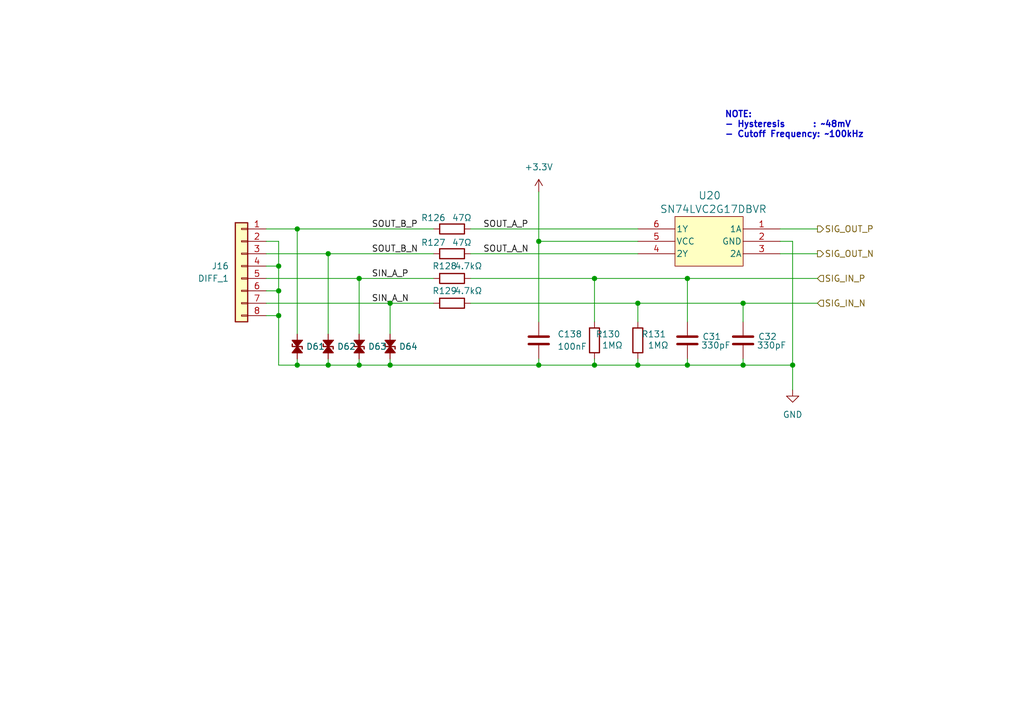
<source format=kicad_sch>
(kicad_sch (version 20250114) (generator "eeschema") (generator_version "9.0")
  (paper "A5")
  (title_block (date "2025-07-29") (rev "REV A") (company "TamperSec") (comment 1 "Justin Newkirk"))
  (lib_symbols
    (symbol "Connector_Generic:Conn_01x08" (pin_names (offset 1.016) (hide yes))
      (property "Reference" "J" (at 0 10.16 0))
      (property "Value" "Conn_01x08" (at 0 -12.7 0))
      (symbol "Conn_01x08_1_1"
        (rectangle (start -1.27 8.89) (end 1.27 -11.43) (stroke (width 0.254)) (fill (type background)))
        (rectangle (start -1.27 7.747) (end 0 7.493) (stroke (width 0.1524)))
        (rectangle (start -1.27 5.207) (end 0 4.953) (stroke (width 0.1524)))
        (rectangle (start -1.27 2.667) (end 0 2.413) (stroke (width 0.1524)))
        (rectangle (start -1.27 0.127) (end 0 -0.127) (stroke (width 0.1524)))
        (rectangle (start -1.27 -2.413) (end 0 -2.667) (stroke (width 0.1524)))
        (rectangle (start -1.27 -4.953) (end 0 -5.207) (stroke (width 0.1524)))
        (rectangle (start -1.27 -7.493) (end 0 -7.747) (stroke (width 0.1524)))
        (rectangle (start -1.27 -10.033) (end 0 -10.287) (stroke (width 0.1524)))
        (pin passive line (at -5.08 7.62 0) (length 3.81) (name "Pin_1") (number "1"))
        (pin passive line (at -5.08 5.08 0) (length 3.81) (name "Pin_2") (number "2"))
        (pin passive line (at -5.08 2.54 0) (length 3.81) (name "Pin_3") (number "3"))
        (pin passive line (at -5.08 0 0) (length 3.81) (name "Pin_4") (number "4"))
        (pin passive line (at -5.08 -2.54 0) (length 3.81) (name "Pin_5") (number "5"))
        (pin passive line (at -5.08 -5.08 0) (length 3.81) (name "Pin_6") (number "6"))
        (pin passive line (at -5.08 -7.62 0) (length 3.81) (name "Pin_7") (number "7"))
        (pin passive line (at -5.08 -10.16 0) (length 3.81) (name "Pin_8") (number "8"))
      )
    )
    (symbol "Device:C" (pin_numbers (hide yes)) (pin_names (offset 0.254))
      (property "Reference" "C" (at 0.635 2.54 0))
      (property "Value" "C" (at 0.635 -2.54 0))
      (symbol "C_0_1"
        (polyline (pts (xy -2.032 0.762) (xy 2.032 0.762)) (stroke (width 0.508)))
        (polyline (pts (xy -2.032 -0.762) (xy 2.032 -0.762)) (stroke (width 0.508)))
      )
      (symbol "C_1_1"
        (pin passive line (at 0 3.81 270) (length 2.794) (name "~") (number "1"))
        (pin passive line (at 0 -3.81 90) (length 2.794) (name "~") (number "2"))
      )
    )
    (symbol "Device:D_TVS_Small_Filled" (pin_numbers (hide yes)) (pin_names (offset 1.016) (hide yes))
      (property "Reference" "D" (at 0 2.54 0))
      (property "Value" "D_TVS_Small_Filled" (at 0 -2.54 0))
      (symbol "D_TVS_Small_Filled_0_1"
        (polyline (pts (xy -1.27 0) (xy 1.27 0)))
        (polyline (pts (xy 0.508 1.016) (xy 0 1.016) (xy 0 -1.016) (xy -0.508 -1.016)) (stroke (width 0.254)))
      )
      (symbol "D_TVS_Small_Filled_1_1"
        (polyline (pts (xy -1.27 1.016) (xy -1.27 -1.016) (xy 0 0) (xy -1.27 1.016)) (stroke (width 0.254)) (fill (type outline)))
        (polyline (pts (xy 0 0) (xy 1.27 1.016) (xy 1.27 -1.016) (xy 0 0)) (stroke (width 0.254)) (fill (type outline)))
        (pin passive line (at -2.54 0 0) (length 1.27) (name "A1") (number "1"))
        (pin passive line (at 2.54 0 180) (length 1.27) (name "A2") (number "2"))
      )
    )
    (symbol "Device:R" (pin_numbers (hide yes)) (pin_names (offset 0))
      (property "Reference" "R" (at 2.032 0 90))
      (property "Value" "R" (at 0 0 90))
      (symbol "R_0_1"
        (rectangle (start -1.016 -2.54) (end 1.016 2.54) (stroke (width 0.254)))
      )
      (symbol "R_1_1"
        (pin passive line (at 0 3.81 270) (length 1.27) (name "~") (number "1"))
        (pin passive line (at 0 -3.81 90) (length 1.27) (name "~") (number "2"))
      )
    )
    (symbol "SN74LVC2G17DBVR:SN74LVC2G17DBVR" (pin_names (offset 0.254))
      (property "Reference" "U" (at 14.224 7.112 0))
      (property "Value" "SN74LVC2G17DBVR" (at 14.224 4.572 0))
      (symbol "SN74LVC2G17DBVR_0_1"
        (pin input line (at 0 0 0) (length 7.62) (name "1A") (number "1"))
        (pin power_in line (at 0 -2.54 0) (length 7.62) (name "GND") (number "2"))
        (pin input line (at 0 -5.08 0) (length 7.62) (name "2A") (number "3"))
        (pin output line (at 29.21 0 180) (length 7.62) (name "1Y") (number "6"))
        (pin power_in line (at 29.21 -2.54 180) (length 7.62) (name "VCC") (number "5"))
        (pin output line (at 29.21 -5.08 180) (length 7.62) (name "2Y") (number "4"))
      )
      (symbol "SN74LVC2G17DBVR_1_1"
        (rectangle (start 7.62 2.54) (end 21.59 -7.62) (fill (type background)))
      )
    )
    (symbol "power:+3.3V" (power) (pin_numbers (hide yes)) (pin_names (offset 0) (hide yes))
      (property "Value" "+3.3V" (at 0 3.556 0))
      (symbol "+3.3V_0_1"
        (polyline (pts (xy -0.762 1.27) (xy 0 2.54)))
        (polyline (pts (xy 0 2.54) (xy 0.762 1.27)))
        (polyline (pts (xy 0 0) (xy 0 2.54)))
      )
      (symbol "+3.3V_1_1"
        (pin power_in line (at 0 0 90) (length 0) (name "~") (number "1"))
      )
    )
    (symbol "power:GND" (power) (pin_numbers (hide yes)) (pin_names (offset 0) (hide yes))
      (property "Value" "GND" (at 0 -3.81 0))
      (symbol "GND_0_1"
        (polyline (pts (xy 0 0) (xy 0 -1.27) (xy 1.27 -1.27) (xy 0 -2.54) (xy -1.27 -1.27) (xy 0 -1.27)))
      )
      (symbol "GND_1_1"
        (pin power_in line (at 0 0 270) (length 0) (name "~") (number "1"))
      )
    )
  )
  (text "NOTE:\n- Hysteresis      : ~48mV\n- Cutoff Frequency: ~100kHz" (at 148.59 25.654 0) (effects (font (size 1.27 1.27) (thickness 0.254) (bold yes)) (justify left)))
  (junction (at 67.31 74.93))
  (junction (at 73.66 57.15))
  (junction (at 57.15 54.61))
  (junction (at 80.01 74.93))
  (junction (at 140.97 57.15))
  (junction (at 60.96 74.93))
  (junction (at 57.15 64.77))
  (junction (at 73.66 74.93))
  (junction (at 152.4 62.23))
  (junction (at 110.49 49.53))
  (junction (at 130.81 62.23))
  (junction (at 60.96 46.99))
  (junction (at 57.15 59.69))
  (junction (at 121.92 57.15))
  (junction (at 130.81 74.93))
  (junction (at 110.49 74.93))
  (junction (at 162.56 74.93))
  (junction (at 140.97 74.93))
  (junction (at 152.4 74.93))
  (junction (at 121.92 74.93))
  (junction (at 67.31 52.07))
  (junction (at 80.01 62.23))
  (wire (pts (xy 57.15 64.77) (xy 57.15 74.93)))
  (wire (pts (xy 67.31 52.07) (xy 88.9 52.07)))
  (wire (pts (xy 152.4 74.93) (xy 140.97 74.93)))
  (wire (pts (xy 110.49 74.93) (xy 80.01 74.93)))
  (wire (pts (xy 57.15 54.61) (xy 57.15 59.69)))
  (wire (pts (xy 80.01 62.23) (xy 88.9 62.23)))
  (wire (pts (xy 54.61 52.07) (xy 67.31 52.07)))
  (wire (pts (xy 152.4 62.23) (xy 152.4 66.04)))
  (wire (pts (xy 162.56 74.93) (xy 162.56 80.01)))
  (wire (pts (xy 73.66 57.15) (xy 88.9 57.15)))
  (wire (pts (xy 57.15 74.93) (xy 60.96 74.93)))
  (wire (pts (xy 60.96 46.99) (xy 88.9 46.99)))
  (wire (pts (xy 162.56 49.53) (xy 162.56 74.93)))
  (wire (pts (xy 140.97 57.15) (xy 140.97 66.04)))
  (wire (pts (xy 130.81 74.93) (xy 121.92 74.93)))
  (wire (pts (xy 140.97 74.93) (xy 130.81 74.93)))
  (wire (pts (xy 96.52 57.15) (xy 121.92 57.15)))
  (wire (pts (xy 54.61 62.23) (xy 80.01 62.23)))
  (wire (pts (xy 140.97 73.66) (xy 140.97 74.93)))
  (wire (pts (xy 110.49 49.53) (xy 130.81 49.53)))
  (wire (pts (xy 73.66 74.93) (xy 73.66 73.66)))
  (wire (pts (xy 96.52 62.23) (xy 130.81 62.23)))
  (wire (pts (xy 96.52 46.99) (xy 130.81 46.99)))
  (wire (pts (xy 57.15 59.69) (xy 57.15 64.77)))
  (wire (pts (xy 110.49 73.66) (xy 110.49 74.93)))
  (wire (pts (xy 130.81 62.23) (xy 130.81 66.04)))
  (wire (pts (xy 152.4 62.23) (xy 167.64 62.23)))
  (wire (pts (xy 73.66 57.15) (xy 73.66 68.58)))
  (wire (pts (xy 60.96 74.93) (xy 60.96 73.66)))
  (wire (pts (xy 54.61 64.77) (xy 57.15 64.77)))
  (wire (pts (xy 140.97 57.15) (xy 167.64 57.15)))
  (wire (pts (xy 60.96 74.93) (xy 67.31 74.93)))
  (wire (pts (xy 121.92 57.15) (xy 121.92 66.04)))
  (wire (pts (xy 60.96 46.99) (xy 60.96 68.58)))
  (wire (pts (xy 167.64 52.07) (xy 160.02 52.07)))
  (wire (pts (xy 110.49 39.37) (xy 110.49 49.53)))
  (wire (pts (xy 96.52 52.07) (xy 130.81 52.07)))
  (wire (pts (xy 80.01 74.93) (xy 80.01 73.66)))
  (wire (pts (xy 54.61 57.15) (xy 73.66 57.15)))
  (wire (pts (xy 54.61 54.61) (xy 57.15 54.61)))
  (wire (pts (xy 67.31 74.93) (xy 67.31 73.66)))
  (wire (pts (xy 167.64 46.99) (xy 160.02 46.99)))
  (wire (pts (xy 80.01 62.23) (xy 80.01 68.58)))
  (wire (pts (xy 54.61 49.53) (xy 57.15 49.53)))
  (wire (pts (xy 73.66 74.93) (xy 67.31 74.93)))
  (wire (pts (xy 130.81 62.23) (xy 152.4 62.23)))
  (wire (pts (xy 160.02 49.53) (xy 162.56 49.53)))
  (wire (pts (xy 67.31 52.07) (xy 67.31 68.58)))
  (wire (pts (xy 152.4 74.93) (xy 162.56 74.93)))
  (wire (pts (xy 130.81 74.93) (xy 130.81 73.66)))
  (wire (pts (xy 80.01 74.93) (xy 73.66 74.93)))
  (wire (pts (xy 152.4 73.66) (xy 152.4 74.93)))
  (wire (pts (xy 121.92 74.93) (xy 110.49 74.93)))
  (wire (pts (xy 57.15 49.53) (xy 57.15 54.61)))
  (wire (pts (xy 121.92 74.93) (xy 121.92 73.66)))
  (wire (pts (xy 54.61 59.69) (xy 57.15 59.69)))
  (wire (pts (xy 54.61 46.99) (xy 60.96 46.99)))
  (wire (pts (xy 110.49 49.53) (xy 110.49 66.04)))
  (wire (pts (xy 121.92 57.15) (xy 140.97 57.15)))
  (label "SOUT_A_P" (at 99.06 46.99 0))
  (label "SOUT_A_N" (at 99.06 52.07 0))
  (label "SOUT_B_N" (at 76.2 52.07 0))
  (label "SIN_A_N" (at 76.2 62.23 0))
  (label "SOUT_B_P" (at 76.2 46.99 0))
  (label "SIN_A_P" (at 76.2 57.15 0))
  (hierarchical_label "SIG_OUT_P" (shape output) (at 167.64 46.99 0))
  (hierarchical_label "SIG_IN_P" (shape input) (at 167.64 57.15 0))
  (hierarchical_label "SIG_OUT_N" (shape output) (at 167.64 52.07 0))
  (hierarchical_label "SIG_IN_N" (shape input) (at 167.64 62.23 0))
  (symbol (lib_id "Device:C") (at 110.49 69.85 180) (unit 1)
    (property "Reference" "C124" (at 114.3 68.5799 0) (effects (justify right)))
    (property "Value" "100nF" (at 114.3 71.1199 0) (effects (justify right)))
    (property "Footprint" "Capacitor_SMD:C_0201_0603Metric" (effects (hide yes)))
    (property "Datasheet" "https://www.lcsc.com/datasheet/lcsc_datasheet_2304140030_Samsung-Electro-Mechanics-CL03A104KP3NNNC_C49062.pdf" (effects (hide yes)))
    (property "Description" "Unpolarized capacitor" (effects (hide yes)))
    (property "JLCPCB Part #" "C49062" (effects (hide yes)))
    (property "Manufacturer Part #" "CL03A104KP3NNNC" (effects (hide yes)))
    (property "Status" "Extended" (effects (hide yes)))
    (instances (project "cerberus" (path "" (reference "C138") (unit 1)) (path "" (reference "C139") (unit 1)) (path "" (reference "C137") (unit 1)) (path "" (reference "C136") (unit 1)) (path "" (reference "C126") (unit 1)) (path "" (reference "C127") (unit 1)) (path "" (reference "C125") (unit 1)) (path "" (reference "C124") (unit 1)) (path "" (reference "C154") (unit 1)) (path "" (reference "C155") (unit 1)) (path "" (reference "C153") (unit 1)) (path "" (reference "C152") (unit 1)) (path "" (reference "C146") (unit 1)) (path "" (reference "C147") (unit 1)) (path "" (reference "C145") (unit 1)) (path "" (reference "C144") (unit 1)) (path "" (reference "C158") (unit 1)) (path "" (reference "C159") (unit 1)) (path "" (reference "C157") (unit 1)) (path "" (reference "C156") (unit 1)) (path "" (reference "C177") (unit 1)) (path "" (reference "C176") (unit 1)) (path "" (reference "C130") (unit 1)) (path "" (reference "C131") (unit 1)) (path "" (reference "C129") (unit 1)) (path "" (reference "C128") (unit 1)) (path "" (reference "C170") (unit 1)) (path "" (reference "C171") (unit 1)) (path "" (reference "C169") (unit 1)) (path "" (reference "C168") (unit 1)) (path "" (reference "C142") (unit 1)) (path "" (reference "C143") (unit 1)) (path "" (reference "C141") (unit 1)) (path "" (reference "C140") (unit 1)) (path "" (reference "C162") (unit 1)) (path "" (reference "C163") (unit 1)) (path "" (reference "C161") (unit 1)) (path "" (reference "C160") (unit 1)) (path "" (reference "C150") (unit 1)) (path "" (reference "C151") (unit 1)) (path "" (reference "C149") (unit 1)) (path "" (reference "C148") (unit 1)) (path "" (reference "C174") (unit 1)) (path "" (reference "C175") (unit 1)) (path "" (reference "C173") (unit 1)) (path "" (reference "C172") (unit 1)) (path "" (reference "C134") (unit 1)) (path "" (reference "C135") (unit 1)) (path "" (reference "C133") (unit 1)) (path "" (reference "C132") (unit 1)) (path "" (reference "C166") (unit 1)) (path "" (reference "C167") (unit 1)) (path "" (reference "C165") (unit 1)) (path "" (reference "C164") (unit 1))))
  )
  (symbol (lib_id "Device:R") (at 92.71 46.99 90) (unit 1)
    (property "Reference" "R1" (at 91.44 44.704 90) (effects (justify left)))
    (property "Value" "47Ω" (at 96.774 44.704 90) (effects (justify left)))
    (property "Footprint" "Resistor_SMD:R_0201_0603Metric" (effects (hide yes)))
    (property "Datasheet" "https://jlcpcb.com/api/file/downloadByFileSystemAccessId/8589808164071120896" (effects (hide yes)))
    (property "Description" "Resistor" (effects (hide yes)))
    (property "JLCPCB Part #" "C273279 " (effects (hide yes)))
    (property "Manufacturer Part #" "RC0201FR-0747RL" (effects (hide yes)))
    (property "Status" "Extended" (effects (hide yes)))
    (instances (project "cerberus" (path "" (reference "R126") (unit 1)) (path "" (reference "R132") (unit 1)) (path "" (reference "R120") (unit 1)) (path "" (reference "R114") (unit 1)) (path "" (reference "R30") (unit 1)) (path "" (reference "R36") (unit 1)) (path "" (reference "R24") (unit 1)) (path "" (reference "R1") (unit 1)) (path "" (reference "R254") (unit 1)) (path "" (reference "R260") (unit 1)) (path "" (reference "R248") (unit 1)) (path "" (reference "R242") (unit 1)) (path "" (reference "R190") (unit 1)) (path "" (reference "R196") (unit 1)) (path "" (reference "R184") (unit 1)) (path "" (reference "R178") (unit 1)) (path "" (reference "R286") (unit 1)) (path "" (reference "R292") (unit 1)) (path "" (reference "R280") (unit 1)) (path "" (reference "R274") (unit 1)) (path "" (reference "R440") (unit 1)) (path "" (reference "R434") (unit 1)) (path "" (reference "R62") (unit 1)) (path "" (reference "R68") (unit 1)) (path "" (reference "R56") (unit 1)) (path "" (reference "R50") (unit 1)) (path "" (reference "R382") (unit 1)) (path "" (reference "R388") (unit 1)) (path "" (reference "R376") (unit 1)) (path "" (reference "R370") (unit 1)) (path "" (reference "R158") (unit 1)) (path "" (reference "R164") (unit 1)) (path "" (reference "R152") (unit 1)) (path "" (reference "R146") (unit 1)) (path "" (reference "R318") (unit 1)) (path "" (reference "R324") (unit 1)) (path "" (reference "R312") (unit 1)) (path "" (reference "R306") (unit 1)) (path "" (reference "R222") (unit 1)) (path "" (reference "R228") (unit 1)) (path "" (reference "R216") (unit 1)) (path "" (reference "R210") (unit 1)) (path "" (reference "R414") (unit 1)) (path "" (reference "R420") (unit 1)) (path "" (reference "R408") (unit 1)) (path "" (reference "R402") (unit 1)) (path "" (reference "R94") (unit 1)) (path "" (reference "R100") (unit 1)) (path "" (reference "R88") (unit 1)) (path "" (reference "R82") (unit 1)) (path "" (reference "R350") (unit 1)) (path "" (reference "R356") (unit 1)) (path "" (reference "R344") (unit 1)) (path "" (reference "R338") (unit 1))))
  )
  (symbol (lib_id "Device:D_TVS_Small_Filled") (at 67.31 71.12 270) (unit 1)
    (property "Reference" "D6" (at 69.088 71.12 90) (effects (justify left)))
    (property "Value" "H5VL10B" (effects (hide yes)))
    (property "Footprint" "Diode_SMD:D_SOD-882D" (effects (hide yes)))
    (property "Datasheet" "https://wmsc.lcsc.com/wmsc/upload/file/pdf/v2/lcsc/2306301553_hongjiacheng-H5VL10B_C7420372.pdf" (effects (hide yes)))
    (property "Description" "Bidirectional transient-voltage-suppression diode, small symbol, filled shape" (effects (hide yes)))
    (property "JLCPCB Part #" "C7420372" (effects (hide yes)))
    (property "Manufacturer Part #" "H5VL10B" (effects (hide yes)))
    (property "Status" "Preferred" (effects (hide yes)))
    (instances (project "cerberus" (path "" (reference "D62") (unit 1)) (path "" (reference "D66") (unit 1)) (path "" (reference "D58") (unit 1)) (path "" (reference "D54") (unit 1)) (path "" (reference "D14") (unit 1)) (path "" (reference "D18") (unit 1)) (path "" (reference "D10") (unit 1)) (path "" (reference "D6") (unit 1)) (path "" (reference "D126") (unit 1)) (path "" (reference "D130") (unit 1)) (path "" (reference "D122") (unit 1)) (path "" (reference "D118") (unit 1)) (path "" (reference "D94") (unit 1)) (path "" (reference "D98") (unit 1)) (path "" (reference "D90") (unit 1)) (path "" (reference "D86") (unit 1)) (path "" (reference "D142") (unit 1)) (path "" (reference "D146") (unit 1)) (path "" (reference "D138") (unit 1)) (path "" (reference "D134") (unit 1)) (path "" (reference "D218") (unit 1)) (path "" (reference "D214") (unit 1)) (path "" (reference "D30") (unit 1)) (path "" (reference "D34") (unit 1)) (path "" (reference "D26") (unit 1)) (path "" (reference "D22") (unit 1)) (path "" (reference "D190") (unit 1)) (path "" (reference "D194") (unit 1)) (path "" (reference "D186") (unit 1)) (path "" (reference "D182") (unit 1)) (path "" (reference "D78") (unit 1)) (path "" (reference "D82") (unit 1)) (path "" (reference "D74") (unit 1)) (path "" (reference "D70") (unit 1)) (path "" (reference "D158") (unit 1)) (path "" (reference "D162") (unit 1)) (path "" (reference "D154") (unit 1)) (path "" (reference "D150") (unit 1)) (path "" (reference "D110") (unit 1)) (path "" (reference "D114") (unit 1)) (path "" (reference "D106") (unit 1)) (path "" (reference "D102") (unit 1)) (path "" (reference "D206") (unit 1)) (path "" (reference "D210") (unit 1)) (path "" (reference "D202") (unit 1)) (path "" (reference "D198") (unit 1)) (path "" (reference "D46") (unit 1)) (path "" (reference "D50") (unit 1)) (path "" (reference "D42") (unit 1)) (path "" (reference "D38") (unit 1)) (path "" (reference "D174") (unit 1)) (path "" (reference "D178") (unit 1)) (path "" (reference "D170") (unit 1)) (path "" (reference "D166") (unit 1))))
  )
  (symbol (lib_id "Device:D_TVS_Small_Filled") (at 60.96 71.12 270) (unit 1)
    (property "Reference" "D5" (at 62.738 71.12 90) (effects (justify left)))
    (property "Value" "H5VL10B" (effects (hide yes)))
    (property "Footprint" "Diode_SMD:D_SOD-882D" (effects (hide yes)))
    (property "Datasheet" "https://wmsc.lcsc.com/wmsc/upload/file/pdf/v2/lcsc/2306301553_hongjiacheng-H5VL10B_C7420372.pdf" (effects (hide yes)))
    (property "Description" "Bidirectional transient-voltage-suppression diode, small symbol, filled shape" (effects (hide yes)))
    (property "JLCPCB Part #" "C7420372" (effects (hide yes)))
    (property "Manufacturer Part #" "H5VL10B" (effects (hide yes)))
    (property "Status" "Preferred" (effects (hide yes)))
    (instances (project "cerberus" (path "" (reference "D61") (unit 1)) (path "" (reference "D65") (unit 1)) (path "" (reference "D57") (unit 1)) (path "" (reference "D53") (unit 1)) (path "" (reference "D13") (unit 1)) (path "" (reference "D17") (unit 1)) (path "" (reference "D9") (unit 1)) (path "" (reference "D5") (unit 1)) (path "" (reference "D125") (unit 1)) (path "" (reference "D129") (unit 1)) (path "" (reference "D121") (unit 1)) (path "" (reference "D117") (unit 1)) (path "" (reference "D93") (unit 1)) (path "" (reference "D97") (unit 1)) (path "" (reference "D89") (unit 1)) (path "" (reference "D85") (unit 1)) (path "" (reference "D141") (unit 1)) (path "" (reference "D145") (unit 1)) (path "" (reference "D137") (unit 1)) (path "" (reference "D133") (unit 1)) (path "" (reference "D217") (unit 1)) (path "" (reference "D213") (unit 1)) (path "" (reference "D29") (unit 1)) (path "" (reference "D33") (unit 1)) (path "" (reference "D25") (unit 1)) (path "" (reference "D21") (unit 1)) (path "" (reference "D189") (unit 1)) (path "" (reference "D193") (unit 1)) (path "" (reference "D185") (unit 1)) (path "" (reference "D181") (unit 1)) (path "" (reference "D77") (unit 1)) (path "" (reference "D81") (unit 1)) (path "" (reference "D73") (unit 1)) (path "" (reference "D69") (unit 1)) (path "" (reference "D157") (unit 1)) (path "" (reference "D161") (unit 1)) (path "" (reference "D153") (unit 1)) (path "" (reference "D149") (unit 1)) (path "" (reference "D109") (unit 1)) (path "" (reference "D113") (unit 1)) (path "" (reference "D105") (unit 1)) (path "" (reference "D101") (unit 1)) (path "" (reference "D205") (unit 1)) (path "" (reference "D209") (unit 1)) (path "" (reference "D201") (unit 1)) (path "" (reference "D197") (unit 1)) (path "" (reference "D45") (unit 1)) (path "" (reference "D49") (unit 1)) (path "" (reference "D41") (unit 1)) (path "" (reference "D37") (unit 1)) (path "" (reference "D173") (unit 1)) (path "" (reference "D177") (unit 1)) (path "" (reference "D169") (unit 1)) (path "" (reference "D165") (unit 1))))
  )
  (symbol (lib_id "SN74LVC2G17DBVR:SN74LVC2G17DBVR") (at 160.02 46.99 0) (mirror y) (unit 1)
    (property "Reference" "U2" (at 145.542 40.132 0) (effects (font (size 1.524 1.524))))
    (property "Value" "SN74LVC2G17DBVR" (at 146.304 42.926 0) (effects (font (size 1.524 1.524))))
    (property "Footprint" "Package_TO_SOT_SMD:SOT-23-6" (effects (hide yes)))
    (property "Datasheet" "https://www.ti.com/cn/lit/gpn/sn74lvc2g17" (effects (hide yes)))
    (property "JLCPCB Part #" "C10429" (effects (hide yes)))
    (property "Manufacturer Part #" "SN74LVC2G17DBVR" (effects (hide yes)))
    (property "Status" "Extended" (effects (hide yes)))
    (instances (project "cerberus" (path "" (reference "U20") (unit 1)) (path "" (reference "U21") (unit 1)) (path "" (reference "U19") (unit 1)) (path "" (reference "U18") (unit 1)) (path "" (reference "U5") (unit 1)) (path "" (reference "U6") (unit 1)) (path "" (reference "U4") (unit 1)) (path "" (reference "U2") (unit 1)) (path "" (reference "U40") (unit 1)) (path "" (reference "U41") (unit 1)) (path "" (reference "U39") (unit 1)) (path "" (reference "U38") (unit 1)) (path "" (reference "U30") (unit 1)) (path "" (reference "U31") (unit 1)) (path "" (reference "U29") (unit 1)) (path "" (reference "U28") (unit 1)) (path "" (reference "U45") (unit 1)) (path "" (reference "U46") (unit 1)) (path "" (reference "U44") (unit 1)) (path "" (reference "U43") (unit 1)) (path "" (reference "U69") (unit 1)) (path "" (reference "U68") (unit 1)) (path "" (reference "U10") (unit 1)) (path "" (reference "U11") (unit 1)) (path "" (reference "U9") (unit 1)) (path "" (reference "U8") (unit 1)) (path "" (reference "U60") (unit 1)) (path "" (reference "U61") (unit 1)) (path "" (reference "U59") (unit 1)) (path "" (reference "U58") (unit 1)) (path "" (reference "U25") (unit 1)) (path "" (reference "U26") (unit 1)) (path "" (reference "U24") (unit 1)) (path "" (reference "U23") (unit 1)) (path "" (reference "U50") (unit 1)) (path "" (reference "U51") (unit 1)) (path "" (reference "U49") (unit 1)) (path "" (reference "U48") (unit 1)) (path "" (reference "U35") (unit 1)) (path "" (reference "U36") (unit 1)) (path "" (reference "U34") (unit 1)) (path "" (reference "U33") (unit 1)) (path "" (reference "U65") (unit 1)) (path "" (reference "U66") (unit 1)) (path "" (reference "U64") (unit 1)) (path "" (reference "U63") (unit 1)) (path "" (reference "U15") (unit 1)) (path "" (reference "U16") (unit 1)) (path "" (reference "U14") (unit 1)) (path "" (reference "U13") (unit 1)) (path "" (reference "U55") (unit 1)) (path "" (reference "U56") (unit 1)) (path "" (reference "U54") (unit 1)) (path "" (reference "U53") (unit 1))))
  )
  (symbol (lib_id "Device:R") (at 92.71 57.15 270) (unit 1)
    (property "Reference" "R16" (at 88.646 54.61 90) (effects (justify left)))
    (property "Value" "4.7kΩ" (at 93.218 54.61 90) (effects (justify left)))
    (property "Footprint" "Resistor_SMD:R_0201_0603Metric" (effects (hide yes)))
    (property "Datasheet" "https://jlcpcb.com/api/file/downloadByFileSystemAccessId/8588899976969113600" (effects (hide yes)))
    (property "Description" "Resistor" (effects (hide yes)))
    (property "JLCPCB Part #" "C142008" (effects (hide yes)))
    (property "Manufacturer Part #" "RC0201JR-074K7L" (effects (hide yes)))
    (property "Status" "Extended" (effects (hide yes)))
    (instances (project "cerberus" (path "" (reference "R128") (unit 1)) (path "" (reference "R134") (unit 1)) (path "" (reference "R122") (unit 1)) (path "" (reference "R116") (unit 1)) (path "" (reference "R32") (unit 1)) (path "" (reference "R38") (unit 1)) (path "" (reference "R26") (unit 1)) (path "" (reference "R16") (unit 1)) (path "" (reference "R256") (unit 1)) (path "" (reference "R262") (unit 1)) (path "" (reference "R250") (unit 1)) (path "" (reference "R244") (unit 1)) (path "" (reference "R192") (unit 1)) (path "" (reference "R198") (unit 1)) (path "" (reference "R186") (unit 1)) (path "" (reference "R180") (unit 1)) (path "" (reference "R288") (unit 1)) (path "" (reference "R294") (unit 1)) (path "" (reference "R282") (unit 1)) (path "" (reference "R276") (unit 1)) (path "" (reference "R442") (unit 1)) (path "" (reference "R436") (unit 1)) (path "" (reference "R64") (unit 1)) (path "" (reference "R70") (unit 1)) (path "" (reference "R58") (unit 1)) (path "" (reference "R52") (unit 1)) (path "" (reference "R384") (unit 1)) (path "" (reference "R390") (unit 1)) (path "" (reference "R378") (unit 1)) (path "" (reference "R372") (unit 1)) (path "" (reference "R160") (unit 1)) (path "" (reference "R166") (unit 1)) (path "" (reference "R154") (unit 1)) (path "" (reference "R148") (unit 1)) (path "" (reference "R320") (unit 1)) (path "" (reference "R326") (unit 1)) (path "" (reference "R314") (unit 1)) (path "" (reference "R308") (unit 1)) (path "" (reference "R224") (unit 1)) (path "" (reference "R230") (unit 1)) (path "" (reference "R218") (unit 1)) (path "" (reference "R212") (unit 1)) (path "" (reference "R416") (unit 1)) (path "" (reference "R422") (unit 1)) (path "" (reference "R410") (unit 1)) (path "" (reference "R404") (unit 1)) (path "" (reference "R96") (unit 1)) (path "" (reference "R102") (unit 1)) (path "" (reference "R90") (unit 1)) (path "" (reference "R84") (unit 1)) (path "" (reference "R352") (unit 1)) (path "" (reference "R358") (unit 1)) (path "" (reference "R346") (unit 1)) (path "" (reference "R340") (unit 1))))
  )
  (symbol (lib_id "Device:R") (at 121.92 69.85 0) (unit 1)
    (property "Reference" "R18" (at 127.254 68.58 0) (effects (justify right)))
    (property "Value" "1MΩ" (at 127.762 70.866 0) (effects (justify right)))
    (property "Footprint" "Resistor_SMD:R_0201_0603Metric" (effects (hide yes)))
    (property "Datasheet" "https://jlcpcb.com/api/file/downloadByFileSystemAccessId/8590903227523284992" (effects (hide yes)))
    (property "Description" "Resistor" (effects (hide yes)))
    (property "JLCPCB Part #" "C473450" (effects (hide yes)))
    (property "Manufacturer Part #" "0201WMJ0105TEE" (effects (hide yes)))
    (property "Status" "Extended" (effects (hide yes)))
    (instances (project "cerberus" (path "" (reference "R130") (unit 1)) (path "" (reference "R136") (unit 1)) (path "" (reference "R124") (unit 1)) (path "" (reference "R118") (unit 1)) (path "" (reference "R34") (unit 1)) (path "" (reference "R40") (unit 1)) (path "" (reference "R28") (unit 1)) (path "" (reference "R18") (unit 1)) (path "" (reference "R258") (unit 1)) (path "" (reference "R264") (unit 1)) (path "" (reference "R252") (unit 1)) (path "" (reference "R246") (unit 1)) (path "" (reference "R194") (unit 1)) (path "" (reference "R200") (unit 1)) (path "" (reference "R188") (unit 1)) (path "" (reference "R182") (unit 1)) (path "" (reference "R290") (unit 1)) (path "" (reference "R296") (unit 1)) (path "" (reference "R284") (unit 1)) (path "" (reference "R278") (unit 1)) (path "" (reference "R444") (unit 1)) (path "" (reference "R438") (unit 1)) (path "" (reference "R66") (unit 1)) (path "" (reference "R72") (unit 1)) (path "" (reference "R60") (unit 1)) (path "" (reference "R54") (unit 1)) (path "" (reference "R386") (unit 1)) (path "" (reference "R392") (unit 1)) (path "" (reference "R380") (unit 1)) (path "" (reference "R374") (unit 1)) (path "" (reference "R162") (unit 1)) (path "" (reference "R168") (unit 1)) (path "" (reference "R156") (unit 1)) (path "" (reference "R150") (unit 1)) (path "" (reference "R322") (unit 1)) (path "" (reference "R328") (unit 1)) (path "" (reference "R316") (unit 1)) (path "" (reference "R310") (unit 1)) (path "" (reference "R226") (unit 1)) (path "" (reference "R232") (unit 1)) (path "" (reference "R220") (unit 1)) (path "" (reference "R214") (unit 1)) (path "" (reference "R418") (unit 1)) (path "" (reference "R424") (unit 1)) (path "" (reference "R412") (unit 1)) (path "" (reference "R406") (unit 1)) (path "" (reference "R98") (unit 1)) (path "" (reference "R104") (unit 1)) (path "" (reference "R92") (unit 1)) (path "" (reference "R86") (unit 1)) (path "" (reference "R354") (unit 1)) (path "" (reference "R360") (unit 1)) (path "" (reference "R348") (unit 1)) (path "" (reference "R342") (unit 1))))
  )
  (symbol (lib_id "Device:R") (at 92.71 62.23 270) (unit 1)
    (property "Reference" "R17" (at 88.646 59.69 90) (effects (justify left)))
    (property "Value" "4.7kΩ" (at 93.218 59.69 90) (effects (justify left)))
    (property "Footprint" "Resistor_SMD:R_0201_0603Metric" (effects (hide yes)))
    (property "Datasheet" "https://jlcpcb.com/api/file/downloadByFileSystemAccessId/8588899976969113600" (effects (hide yes)))
    (property "Description" "Resistor" (effects (hide yes)))
    (property "JLCPCB Part #" "C142008" (effects (hide yes)))
    (property "Manufacturer Part #" "RC0201JR-074K7L" (effects (hide yes)))
    (property "Status" "Extended" (effects (hide yes)))
    (instances (project "cerberus" (path "" (reference "R129") (unit 1)) (path "" (reference "R135") (unit 1)) (path "" (reference "R123") (unit 1)) (path "" (reference "R117") (unit 1)) (path "" (reference "R33") (unit 1)) (path "" (reference "R39") (unit 1)) (path "" (reference "R27") (unit 1)) (path "" (reference "R17") (unit 1)) (path "" (reference "R257") (unit 1)) (path "" (reference "R263") (unit 1)) (path "" (reference "R251") (unit 1)) (path "" (reference "R245") (unit 1)) (path "" (reference "R193") (unit 1)) (path "" (reference "R199") (unit 1)) (path "" (reference "R187") (unit 1)) (path "" (reference "R181") (unit 1)) (path "" (reference "R289") (unit 1)) (path "" (reference "R295") (unit 1)) (path "" (reference "R283") (unit 1)) (path "" (reference "R277") (unit 1)) (path "" (reference "R443") (unit 1)) (path "" (reference "R437") (unit 1)) (path "" (reference "R65") (unit 1)) (path "" (reference "R71") (unit 1)) (path "" (reference "R59") (unit 1)) (path "" (reference "R53") (unit 1)) (path "" (reference "R385") (unit 1)) (path "" (reference "R391") (unit 1)) (path "" (reference "R379") (unit 1)) (path "" (reference "R373") (unit 1)) (path "" (reference "R161") (unit 1)) (path "" (reference "R167") (unit 1)) (path "" (reference "R155") (unit 1)) (path "" (reference "R149") (unit 1)) (path "" (reference "R321") (unit 1)) (path "" (reference "R327") (unit 1)) (path "" (reference "R315") (unit 1)) (path "" (reference "R309") (unit 1)) (path "" (reference "R225") (unit 1)) (path "" (reference "R231") (unit 1)) (path "" (reference "R219") (unit 1)) (path "" (reference "R213") (unit 1)) (path "" (reference "R417") (unit 1)) (path "" (reference "R423") (unit 1)) (path "" (reference "R411") (unit 1)) (path "" (reference "R405") (unit 1)) (path "" (reference "R97") (unit 1)) (path "" (reference "R103") (unit 1)) (path "" (reference "R91") (unit 1)) (path "" (reference "R85") (unit 1)) (path "" (reference "R353") (unit 1)) (path "" (reference "R359") (unit 1)) (path "" (reference "R347") (unit 1)) (path "" (reference "R341") (unit 1))))
  )
  (symbol (lib_id "Device:R") (at 130.81 69.85 0) (unit 1)
    (property "Reference" "R19" (at 136.652 68.58 0) (effects (justify right)))
    (property "Value" "1MΩ" (at 137.16 70.866 0) (effects (justify right)))
    (property "Footprint" "Resistor_SMD:R_0201_0603Metric" (effects (hide yes)))
    (property "Datasheet" "https://jlcpcb.com/api/file/downloadByFileSystemAccessId/8590903227523284992" (effects (hide yes)))
    (property "Description" "Resistor" (effects (hide yes)))
    (property "JLCPCB Part #" "C473450" (effects (hide yes)))
    (property "Manufacturer Part #" "0201WMJ0105TEE" (effects (hide yes)))
    (property "Status" "Extended" (effects (hide yes)))
    (instances (project "cerberus" (path "" (reference "R131") (unit 1)) (path "" (reference "R137") (unit 1)) (path "" (reference "R125") (unit 1)) (path "" (reference "R119") (unit 1)) (path "" (reference "R35") (unit 1)) (path "" (reference "R41") (unit 1)) (path "" (reference "R29") (unit 1)) (path "" (reference "R19") (unit 1)) (path "" (reference "R259") (unit 1)) (path "" (reference "R265") (unit 1)) (path "" (reference "R253") (unit 1)) (path "" (reference "R247") (unit 1)) (path "" (reference "R195") (unit 1)) (path "" (reference "R201") (unit 1)) (path "" (reference "R189") (unit 1)) (path "" (reference "R183") (unit 1)) (path "" (reference "R291") (unit 1)) (path "" (reference "R297") (unit 1)) (path "" (reference "R285") (unit 1)) (path "" (reference "R279") (unit 1)) (path "" (reference "R445") (unit 1)) (path "" (reference "R439") (unit 1)) (path "" (reference "R67") (unit 1)) (path "" (reference "R73") (unit 1)) (path "" (reference "R61") (unit 1)) (path "" (reference "R55") (unit 1)) (path "" (reference "R387") (unit 1)) (path "" (reference "R393") (unit 1)) (path "" (reference "R381") (unit 1)) (path "" (reference "R375") (unit 1)) (path "" (reference "R163") (unit 1)) (path "" (reference "R169") (unit 1)) (path "" (reference "R157") (unit 1)) (path "" (reference "R151") (unit 1)) (path "" (reference "R323") (unit 1)) (path "" (reference "R329") (unit 1)) (path "" (reference "R317") (unit 1)) (path "" (reference "R311") (unit 1)) (path "" (reference "R227") (unit 1)) (path "" (reference "R233") (unit 1)) (path "" (reference "R221") (unit 1)) (path "" (reference "R215") (unit 1)) (path "" (reference "R419") (unit 1)) (path "" (reference "R425") (unit 1)) (path "" (reference "R413") (unit 1)) (path "" (reference "R407") (unit 1)) (path "" (reference "R99") (unit 1)) (path "" (reference "R105") (unit 1)) (path "" (reference "R93") (unit 1)) (path "" (reference "R87") (unit 1)) (path "" (reference "R355") (unit 1)) (path "" (reference "R361") (unit 1)) (path "" (reference "R349") (unit 1)) (path "" (reference "R343") (unit 1))))
  )
  (symbol (lib_id "Device:C") (at 140.97 69.85 0) (mirror y) (unit 1)
    (property "Reference" "C2" (at 144.018 69.0881 0) (effects (justify right)))
    (property "Value" "330pF" (at 143.764 70.866 0) (effects (justify right)))
    (property "Footprint" "Capacitor_SMD:C_0201_0603Metric" (effects (hide yes)))
    (property "Datasheet" "https://jlcpcb.com/api/file/downloadByFileSystemAccessId/8590470474208874496" (effects (hide yes)))
    (property "Description" "Unpolarized capacitor" (effects (hide yes)))
    (property "JLCPCB Part #" "C3899460" (effects (hide yes)))
    (property "Manufacturer Part #" "GRM0335C1H331JE01D" (effects (hide yes)))
    (property "Status" "Extended" (effects (hide yes)))
    (instances (project "cerberus" (path "" (reference "C31") (unit 1)) (path "" (reference "C33") (unit 1)) (path "" (reference "C29") (unit 1)) (path "" (reference "C27") (unit 1)) (path "" (reference "C7") (unit 1)) (path "" (reference "C9") (unit 1)) (path "" (reference "C5") (unit 1)) (path "" (reference "C2") (unit 1)) (path "" (reference "C63") (unit 1)) (path "" (reference "C65") (unit 1)) (path "" (reference "C61") (unit 1)) (path "" (reference "C59") (unit 1)) (path "" (reference "C47") (unit 1)) (path "" (reference "C49") (unit 1)) (path "" (reference "C45") (unit 1)) (path "" (reference "C43") (unit 1)) (path "" (reference "C71") (unit 1)) (path "" (reference "C73") (unit 1)) (path "" (reference "C69") (unit 1)) (path "" (reference "C67") (unit 1)) (path "" (reference "C109") (unit 1)) (path "" (reference "C107") (unit 1)) (path "" (reference "C15") (unit 1)) (path "" (reference "C17") (unit 1)) (path "" (reference "C13") (unit 1)) (path "" (reference "C11") (unit 1)) (path "" (reference "C95") (unit 1)) (path "" (reference "C97") (unit 1)) (path "" (reference "C93") (unit 1)) (path "" (reference "C91") (unit 1)) (path "" (reference "C39") (unit 1)) (path "" (reference "C41") (unit 1)) (path "" (reference "C37") (unit 1)) (path "" (reference "C35") (unit 1)) (path "" (reference "C79") (unit 1)) (path "" (reference "C81") (unit 1)) (path "" (reference "C77") (unit 1)) (path "" (reference "C75") (unit 1)) (path "" (reference "C55") (unit 1)) (path "" (reference "C57") (unit 1)) (path "" (reference "C53") (unit 1)) (path "" (reference "C51") (unit 1)) (path "" (reference "C103") (unit 1)) (path "" (reference "C105") (unit 1)) (path "" (reference "C101") (unit 1)) (path "" (reference "C99") (unit 1)) (path "" (reference "C23") (unit 1)) (path "" (reference "C25") (unit 1)) (path "" (reference "C21") (unit 1)) (path "" (reference "C19") (unit 1)) (path "" (reference "C87") (unit 1)) (path "" (reference "C89") (unit 1)) (path "" (reference "C85") (unit 1)) (path "" (reference "C83") (unit 1))))
  )
  (symbol (lib_id "Device:D_TVS_Small_Filled") (at 80.01 71.12 270) (unit 1)
    (property "Reference" "D8" (at 81.788 71.12 90) (effects (justify left)))
    (property "Value" "H5VL10B" (effects (hide yes)))
    (property "Footprint" "Diode_SMD:D_SOD-882D" (effects (hide yes)))
    (property "Datasheet" "https://wmsc.lcsc.com/wmsc/upload/file/pdf/v2/lcsc/2306301553_hongjiacheng-H5VL10B_C7420372.pdf" (effects (hide yes)))
    (property "Description" "Bidirectional transient-voltage-suppression diode, small symbol, filled shape" (effects (hide yes)))
    (property "JLCPCB Part #" "C7420372" (effects (hide yes)))
    (property "Manufacturer Part #" "H5VL10B" (effects (hide yes)))
    (property "Status" "Preferred" (effects (hide yes)))
    (instances (project "cerberus" (path "" (reference "D64") (unit 1)) (path "" (reference "D68") (unit 1)) (path "" (reference "D60") (unit 1)) (path "" (reference "D56") (unit 1)) (path "" (reference "D16") (unit 1)) (path "" (reference "D20") (unit 1)) (path "" (reference "D12") (unit 1)) (path "" (reference "D8") (unit 1)) (path "" (reference "D128") (unit 1)) (path "" (reference "D132") (unit 1)) (path "" (reference "D124") (unit 1)) (path "" (reference "D120") (unit 1)) (path "" (reference "D96") (unit 1)) (path "" (reference "D100") (unit 1)) (path "" (reference "D92") (unit 1)) (path "" (reference "D88") (unit 1)) (path "" (reference "D144") (unit 1)) (path "" (reference "D148") (unit 1)) (path "" (reference "D140") (unit 1)) (path "" (reference "D136") (unit 1)) (path "" (reference "D220") (unit 1)) (path "" (reference "D216") (unit 1)) (path "" (reference "D32") (unit 1)) (path "" (reference "D36") (unit 1)) (path "" (reference "D28") (unit 1)) (path "" (reference "D24") (unit 1)) (path "" (reference "D192") (unit 1)) (path "" (reference "D196") (unit 1)) (path "" (reference "D188") (unit 1)) (path "" (reference "D184") (unit 1)) (path "" (reference "D80") (unit 1)) (path "" (reference "D84") (unit 1)) (path "" (reference "D76") (unit 1)) (path "" (reference "D72") (unit 1)) (path "" (reference "D160") (unit 1)) (path "" (reference "D164") (unit 1)) (path "" (reference "D156") (unit 1)) (path "" (reference "D152") (unit 1)) (path "" (reference "D112") (unit 1)) (path "" (reference "D116") (unit 1)) (path "" (reference "D108") (unit 1)) (path "" (reference "D104") (unit 1)) (path "" (reference "D208") (unit 1)) (path "" (reference "D212") (unit 1)) (path "" (reference "D204") (unit 1)) (path "" (reference "D200") (unit 1)) (path "" (reference "D48") (unit 1)) (path "" (reference "D52") (unit 1)) (path "" (reference "D44") (unit 1)) (path "" (reference "D40") (unit 1)) (path "" (reference "D176") (unit 1)) (path "" (reference "D180") (unit 1)) (path "" (reference "D172") (unit 1)) (path "" (reference "D168") (unit 1))))
  )
  (symbol (lib_id "power:GND") (at 162.56 80.01 0) (unit 1)
    (property "Reference" "#PWR04" (effects (hide yes)))
    (property "Value" "GND" (at 162.56 85.09 0))
    (property "Description" "Power symbol creates a global label with name \"GND\" , ground" (effects (hide yes)))
    (instances (project "cerberus" (path "" (reference "#PWR048") (unit 1)) (path "" (reference "#PWR050") (unit 1)) (path "" (reference "#PWR046") (unit 1)) (path "" (reference "#PWR044") (unit 1)) (path "" (reference "#PWR015") (unit 1)) (path "" (reference "#PWR017") (unit 1)) (path "" (reference "#PWR09") (unit 1)) (path "" (reference "#PWR04") (unit 1)) (path "" (reference "#PWR093") (unit 1)) (path "" (reference "#PWR095") (unit 1)) (path "" (reference "#PWR091") (unit 1)) (path "" (reference "#PWR089") (unit 1)) (path "" (reference "#PWR070") (unit 1)) (path "" (reference "#PWR072") (unit 1)) (path "" (reference "#PWR068") (unit 1)) (path "" (reference "#PWR066") (unit 1)) (path "" (reference "#PWR0104") (unit 1)) (path "" (reference "#PWR0106") (unit 1)) (path "" (reference "#PWR0102") (unit 1)) (path "" (reference "#PWR0100") (unit 1)) (path "" (reference "#PWR0157") (unit 1)) (path "" (reference "#PWR0155") (unit 1)) (path "" (reference "#PWR026") (unit 1)) (path "" (reference "#PWR028") (unit 1)) (path "" (reference "#PWR024") (unit 1)) (path "" (reference "#PWR022") (unit 1)) (path "" (reference "#PWR0137") (unit 1)) (path "" (reference "#PWR0139") (unit 1)) (path "" (reference "#PWR0135") (unit 1)) (path "" (reference "#PWR0133") (unit 1)) (path "" (reference "#PWR059") (unit 1)) (path "" (reference "#PWR061") (unit 1)) (path "" (reference "#PWR057") (unit 1)) (path "" (reference "#PWR055") (unit 1)) (path "" (reference "#PWR0115") (unit 1)) (path "" (reference "#PWR0117") (unit 1)) (path "" (reference "#PWR0113") (unit 1)) (path "" (reference "#PWR0111") (unit 1)) (path "" (reference "#PWR081") (unit 1)) (path "" (reference "#PWR083") (unit 1)) (path "" (reference "#PWR079") (unit 1)) (path "" (reference "#PWR077") (unit 1)) (path "" (reference "#PWR0148") (unit 1)) (path "" (reference "#PWR0150") (unit 1)) (path "" (reference "#PWR0146") (unit 1)) (path "" (reference "#PWR0144") (unit 1)) (path "" (reference "#PWR037") (unit 1)) (path "" (reference "#PWR039") (unit 1)) (path "" (reference "#PWR035") (unit 1)) (path "" (reference "#PWR033") (unit 1)) (path "" (reference "#PWR0126") (unit 1)) (path "" (reference "#PWR0128") (unit 1)) (path "" (reference "#PWR0124") (unit 1)) (path "" (reference "#PWR0122") (unit 1))))
  )
  (symbol (lib_id "Connector_Generic:Conn_01x08") (at 49.53 54.61 0) (mirror y) (unit 1)
    (property "Reference" "J2" (at 46.99 54.6099 0) (effects (justify left)))
    (property "Value" "DIFF_1" (at 46.99 57.1499 0) (effects (justify left)))
    (property "Footprint" "footprints:8PinPadConn" (effects (hide yes)))
    (property "Description" "Generic connector, single row, 01x08, script generated (kicad-library-utils/schlib/autogen/connector/)" (effects (hide yes)))
    (instances (project "cerberus" (path "" (reference "J16") (unit 1)) (path "" (reference "J17") (unit 1)) (path "" (reference "J15") (unit 1)) (path "" (reference "J14") (unit 1)) (path "" (reference "J4") (unit 1)) (path "" (reference "J5") (unit 1)) (path "" (reference "J3") (unit 1)) (path "" (reference "J2") (unit 1)) (path "" (reference "J32") (unit 1)) (path "" (reference "J33") (unit 1)) (path "" (reference "J31") (unit 1)) (path "" (reference "J30") (unit 1)) (path "" (reference "J24") (unit 1)) (path "" (reference "J25") (unit 1)) (path "" (reference "J23") (unit 1)) (path "" (reference "J22") (unit 1)) (path "" (reference "J36") (unit 1)) (path "" (reference "J37") (unit 1)) (path "" (reference "J35") (unit 1)) (path "" (reference "J34") (unit 1)) (path "" (reference "J55") (unit 1)) (path "" (reference "J54") (unit 1)) (path "" (reference "J8") (unit 1)) (path "" (reference "J9") (unit 1)) (path "" (reference "J7") (unit 1)) (path "" (reference "J6") (unit 1)) (path "" (reference "J48") (unit 1)) (path "" (reference "J49") (unit 1)) (path "" (reference "J47") (unit 1)) (path "" (reference "J46") (unit 1)) (path "" (reference "J20") (unit 1)) (path "" (reference "J21") (unit 1)) (path "" (reference "J19") (unit 1)) (path "" (reference "J18") (unit 1)) (path "" (reference "J40") (unit 1)) (path "" (reference "J41") (unit 1)) (path "" (reference "J39") (unit 1)) (path "" (reference "J38") (unit 1)) (path "" (reference "J28") (unit 1)) (path "" (reference "J29") (unit 1)) (path "" (reference "J27") (unit 1)) (path "" (reference "J26") (unit 1)) (path "" (reference "J52") (unit 1)) (path "" (reference "J53") (unit 1)) (path "" (reference "J51") (unit 1)) (path "" (reference "J50") (unit 1)) (path "" (reference "J12") (unit 1)) (path "" (reference "J13") (unit 1)) (path "" (reference "J11") (unit 1)) (path "" (reference "J10") (unit 1)) (path "" (reference "J44") (unit 1)) (path "" (reference "J45") (unit 1)) (path "" (reference "J43") (unit 1)) (path "" (reference "J42") (unit 1))))
  )
  (symbol (lib_id "power:+3.3V") (at 110.49 39.37 0) (unit 1)
    (property "Reference" "#PWR02" (effects (hide yes)))
    (property "Value" "+3.3V" (at 110.49 34.29 0))
    (property "Description" "Power symbol creates a global label with name \"+3.3V\"" (effects (hide yes)))
    (instances (project "cerberus" (path "" (reference "#PWR047") (unit 1)) (path "" (reference "#PWR049") (unit 1)) (path "" (reference "#PWR045") (unit 1)) (path "" (reference "#PWR043") (unit 1)) (path "" (reference "#PWR014") (unit 1)) (path "" (reference "#PWR016") (unit 1)) (path "" (reference "#PWR08") (unit 1)) (path "" (reference "#PWR02") (unit 1)) (path "" (reference "#PWR092") (unit 1)) (path "" (reference "#PWR094") (unit 1)) (path "" (reference "#PWR090") (unit 1)) (path "" (reference "#PWR088") (unit 1)) (path "" (reference "#PWR069") (unit 1)) (path "" (reference "#PWR071") (unit 1)) (path "" (reference "#PWR067") (unit 1)) (path "" (reference "#PWR065") (unit 1)) (path "" (reference "#PWR0103") (unit 1)) (path "" (reference "#PWR0105") (unit 1)) (path "" (reference "#PWR0101") (unit 1)) (path "" (reference "#PWR099") (unit 1)) (path "" (reference "#PWR0156") (unit 1)) (path "" (reference "#PWR0154") (unit 1)) (path "" (reference "#PWR025") (unit 1)) (path "" (reference "#PWR027") (unit 1)) (path "" (reference "#PWR023") (unit 1)) (path "" (reference "#PWR021") (unit 1)) (path "" (reference "#PWR0136") (unit 1)) (path "" (reference "#PWR0138") (unit 1)) (path "" (reference "#PWR0134") (unit 1)) (path "" (reference "#PWR0132") (unit 1)) (path "" (reference "#PWR058") (unit 1)) (path "" (reference "#PWR060") (unit 1)) (path "" (reference "#PWR056") (unit 1)) (path "" (reference "#PWR054") (unit 1)) (path "" (reference "#PWR0114") (unit 1)) (path "" (reference "#PWR0116") (unit 1)) (path "" (reference "#PWR0112") (unit 1)) (path "" (reference "#PWR0110") (unit 1)) (path "" (reference "#PWR080") (unit 1)) (path "" (reference "#PWR082") (unit 1)) (path "" (reference "#PWR078") (unit 1)) (path "" (reference "#PWR076") (unit 1)) (path "" (reference "#PWR0147") (unit 1)) (path "" (reference "#PWR0149") (unit 1)) (path "" (reference "#PWR0145") (unit 1)) (path "" (reference "#PWR0143") (unit 1)) (path "" (reference "#PWR036") (unit 1)) (path "" (reference "#PWR038") (unit 1)) (path "" (reference "#PWR034") (unit 1)) (path "" (reference "#PWR032") (unit 1)) (path "" (reference "#PWR0125") (unit 1)) (path "" (reference "#PWR0127") (unit 1)) (path "" (reference "#PWR0123") (unit 1)) (path "" (reference "#PWR0121") (unit 1))))
  )
  (symbol (lib_id "Device:R") (at 92.71 52.07 90) (unit 1)
    (property "Reference" "R2" (at 91.44 49.784 90) (effects (justify left)))
    (property "Value" "47Ω" (at 96.774 49.784 90) (effects (justify left)))
    (property "Footprint" "Resistor_SMD:R_0201_0603Metric" (effects (hide yes)))
    (property "Datasheet" "https://jlcpcb.com/api/file/downloadByFileSystemAccessId/8589808164071120896" (effects (hide yes)))
    (property "Description" "Resistor" (effects (hide yes)))
    (property "JLCPCB Part #" "C273279 " (effects (hide yes)))
    (property "Manufacturer Part #" "RC0201FR-0747RL" (effects (hide yes)))
    (property "Status" "Extended" (effects (hide yes)))
    (instances (project "cerberus" (path "" (reference "R127") (unit 1)) (path "" (reference "R133") (unit 1)) (path "" (reference "R121") (unit 1)) (path "" (reference "R115") (unit 1)) (path "" (reference "R31") (unit 1)) (path "" (reference "R37") (unit 1)) (path "" (reference "R25") (unit 1)) (path "" (reference "R2") (unit 1)) (path "" (reference "R255") (unit 1)) (path "" (reference "R261") (unit 1)) (path "" (reference "R249") (unit 1)) (path "" (reference "R243") (unit 1)) (path "" (reference "R191") (unit 1)) (path "" (reference "R197") (unit 1)) (path "" (reference "R185") (unit 1)) (path "" (reference "R179") (unit 1)) (path "" (reference "R287") (unit 1)) (path "" (reference "R293") (unit 1)) (path "" (reference "R281") (unit 1)) (path "" (reference "R275") (unit 1)) (path "" (reference "R441") (unit 1)) (path "" (reference "R435") (unit 1)) (path "" (reference "R63") (unit 1)) (path "" (reference "R69") (unit 1)) (path "" (reference "R57") (unit 1)) (path "" (reference "R51") (unit 1)) (path "" (reference "R383") (unit 1)) (path "" (reference "R389") (unit 1)) (path "" (reference "R377") (unit 1)) (path "" (reference "R371") (unit 1)) (path "" (reference "R159") (unit 1)) (path "" (reference "R165") (unit 1)) (path "" (reference "R153") (unit 1)) (path "" (reference "R147") (unit 1)) (path "" (reference "R319") (unit 1)) (path "" (reference "R325") (unit 1)) (path "" (reference "R313") (unit 1)) (path "" (reference "R307") (unit 1)) (path "" (reference "R223") (unit 1)) (path "" (reference "R229") (unit 1)) (path "" (reference "R217") (unit 1)) (path "" (reference "R211") (unit 1)) (path "" (reference "R415") (unit 1)) (path "" (reference "R421") (unit 1)) (path "" (reference "R409") (unit 1)) (path "" (reference "R403") (unit 1)) (path "" (reference "R95") (unit 1)) (path "" (reference "R101") (unit 1)) (path "" (reference "R89") (unit 1)) (path "" (reference "R83") (unit 1)) (path "" (reference "R351") (unit 1)) (path "" (reference "R357") (unit 1)) (path "" (reference "R345") (unit 1)) (path "" (reference "R339") (unit 1))))
  )
  (symbol (lib_id "Device:C") (at 152.4 69.85 0) (mirror y) (unit 1)
    (property "Reference" "C4" (at 155.448 69.0881 0) (effects (justify right)))
    (property "Value" "330pF" (at 155.194 70.866 0) (effects (justify right)))
    (property "Footprint" "Capacitor_SMD:C_0201_0603Metric" (effects (hide yes)))
    (property "Datasheet" "https://jlcpcb.com/api/file/downloadByFileSystemAccessId/8590470474208874496" (effects (hide yes)))
    (property "Description" "Unpolarized capacitor" (effects (hide yes)))
    (property "JLCPCB Part #" "C3899460" (effects (hide yes)))
    (property "Manufacturer Part #" "GRM0335C1H331JE01D" (effects (hide yes)))
    (property "Status" "Extended" (effects (hide yes)))
    (instances (project "cerberus" (path "" (reference "C32") (unit 1)) (path "" (reference "C34") (unit 1)) (path "" (reference "C30") (unit 1)) (path "" (reference "C28") (unit 1)) (path "" (reference "C8") (unit 1)) (path "" (reference "C10") (unit 1)) (path "" (reference "C6") (unit 1)) (path "" (reference "C4") (unit 1)) (path "" (reference "C64") (unit 1)) (path "" (reference "C66") (unit 1)) (path "" (reference "C62") (unit 1)) (path "" (reference "C60") (unit 1)) (path "" (reference "C48") (unit 1)) (path "" (reference "C50") (unit 1)) (path "" (reference "C46") (unit 1)) (path "" (reference "C44") (unit 1)) (path "" (reference "C72") (unit 1)) (path "" (reference "C74") (unit 1)) (path "" (reference "C70") (unit 1)) (path "" (reference "C68") (unit 1)) (path "" (reference "C110") (unit 1)) (path "" (reference "C108") (unit 1)) (path "" (reference "C16") (unit 1)) (path "" (reference "C18") (unit 1)) (path "" (reference "C14") (unit 1)) (path "" (reference "C12") (unit 1)) (path "" (reference "C96") (unit 1)) (path "" (reference "C98") (unit 1)) (path "" (reference "C94") (unit 1)) (path "" (reference "C92") (unit 1)) (path "" (reference "C40") (unit 1)) (path "" (reference "C42") (unit 1)) (path "" (reference "C38") (unit 1)) (path "" (reference "C36") (unit 1)) (path "" (reference "C80") (unit 1)) (path "" (reference "C82") (unit 1)) (path "" (reference "C78") (unit 1)) (path "" (reference "C76") (unit 1)) (path "" (reference "C56") (unit 1)) (path "" (reference "C58") (unit 1)) (path "" (reference "C54") (unit 1)) (path "" (reference "C52") (unit 1)) (path "" (reference "C104") (unit 1)) (path "" (reference "C106") (unit 1)) (path "" (reference "C102") (unit 1)) (path "" (reference "C100") (unit 1)) (path "" (reference "C24") (unit 1)) (path "" (reference "C26") (unit 1)) (path "" (reference "C22") (unit 1)) (path "" (reference "C20") (unit 1)) (path "" (reference "C88") (unit 1)) (path "" (reference "C90") (unit 1)) (path "" (reference "C86") (unit 1)) (path "" (reference "C84") (unit 1))))
  )
  (symbol (lib_id "Device:D_TVS_Small_Filled") (at 73.66 71.12 270) (unit 1)
    (property "Reference" "D7" (at 75.438 71.12 90) (effects (justify left)))
    (property "Value" "H5VL10B" (effects (hide yes)))
    (property "Footprint" "Diode_SMD:D_SOD-882D" (effects (hide yes)))
    (property "Datasheet" "https://wmsc.lcsc.com/wmsc/upload/file/pdf/v2/lcsc/2306301553_hongjiacheng-H5VL10B_C7420372.pdf" (effects (hide yes)))
    (property "Description" "Bidirectional transient-voltage-suppression diode, small symbol, filled shape" (effects (hide yes)))
    (property "JLCPCB Part #" "C7420372" (effects (hide yes)))
    (property "Manufacturer Part #" "H5VL10B" (effects (hide yes)))
    (property "Status" "Preferred" (effects (hide yes)))
    (instances (project "cerberus" (path "" (reference "D63") (unit 1)) (path "" (reference "D67") (unit 1)) (path "" (reference "D59") (unit 1)) (path "" (reference "D55") (unit 1)) (path "" (reference "D15") (unit 1)) (path "" (reference "D19") (unit 1)) (path "" (reference "D11") (unit 1)) (path "" (reference "D7") (unit 1)) (path "" (reference "D127") (unit 1)) (path "" (reference "D131") (unit 1)) (path "" (reference "D123") (unit 1)) (path "" (reference "D119") (unit 1)) (path "" (reference "D95") (unit 1)) (path "" (reference "D99") (unit 1)) (path "" (reference "D91") (unit 1)) (path "" (reference "D87") (unit 1)) (path "" (reference "D143") (unit 1)) (path "" (reference "D147") (unit 1)) (path "" (reference "D139") (unit 1)) (path "" (reference "D135") (unit 1)) (path "" (reference "D219") (unit 1)) (path "" (reference "D215") (unit 1)) (path "" (reference "D31") (unit 1)) (path "" (reference "D35") (unit 1)) (path "" (reference "D27") (unit 1)) (path "" (reference "D23") (unit 1)) (path "" (reference "D191") (unit 1)) (path "" (reference "D195") (unit 1)) (path "" (reference "D187") (unit 1)) (path "" (reference "D183") (unit 1)) (path "" (reference "D79") (unit 1)) (path "" (reference "D83") (unit 1)) (path "" (reference "D75") (unit 1)) (path "" (reference "D71") (unit 1)) (path "" (reference "D159") (unit 1)) (path "" (reference "D163") (unit 1)) (path "" (reference "D155") (unit 1)) (path "" (reference "D151") (unit 1)) (path "" (reference "D111") (unit 1)) (path "" (reference "D115") (unit 1)) (path "" (reference "D107") (unit 1)) (path "" (reference "D103") (unit 1)) (path "" (reference "D207") (unit 1)) (path "" (reference "D211") (unit 1)) (path "" (reference "D203") (unit 1)) (path "" (reference "D199") (unit 1)) (path "" (reference "D47") (unit 1)) (path "" (reference "D51") (unit 1)) (path "" (reference "D43") (unit 1)) (path "" (reference "D39") (unit 1)) (path "" (reference "D175") (unit 1)) (path "" (reference "D179") (unit 1)) (path "" (reference "D171") (unit 1)) (path "" (reference "D167") (unit 1))))
  )
)
</source>
